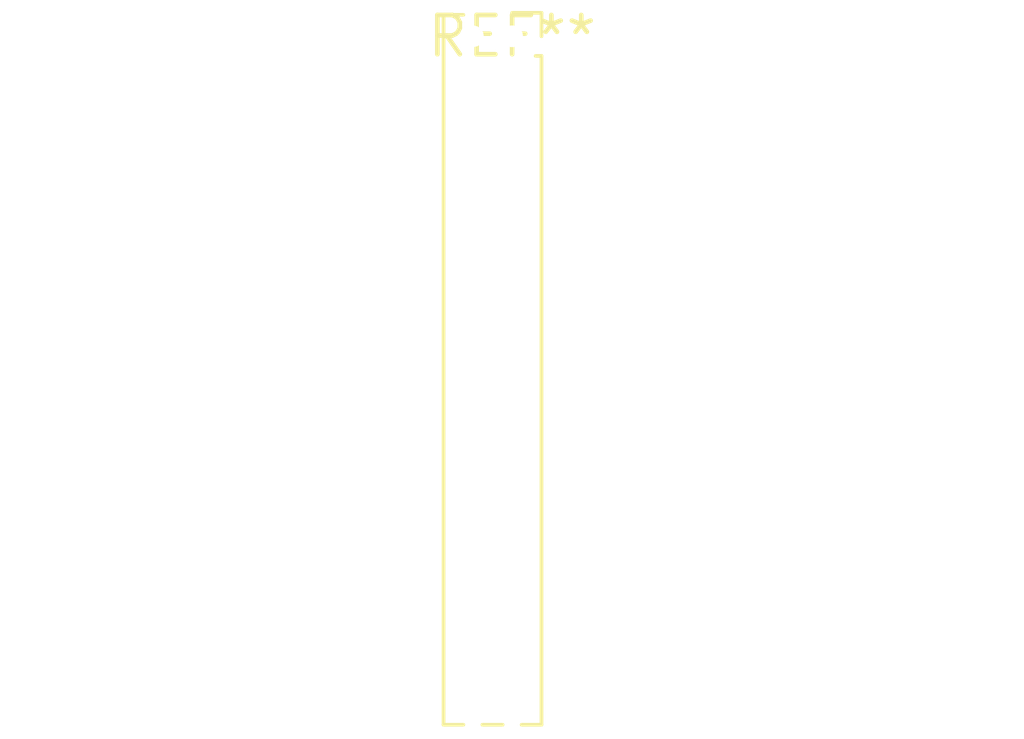
<source format=kicad_pcb>
(kicad_pcb (version 20240108) (generator pcbnew)
  (layers (0 "F.Cu" signal) (31 "B.Cu" signal) (34 "B.Paste" user) (35 "F.Paste" user) (36 "B.SilkS" user "B.Silkscreen") (37 "F.SilkS" user "F.Silkscreen") (38 "B.Mask" user) (39 "F.Mask" user) (44 "Edge.Cuts" user))
  (net 0 "")
  (footprint "PinSocket_2x18_P1.27mm_Vertical" (layer "F.Cu") (at 0 0)
    (property "Reference" "REF**")
    (property "Value" "PinSocket_2x18_P1.27mm_Vertical")
    (fp_line (start -2.22 -0.695) (end -2.22 22.285) (layer "F.SilkS") (stroke (width 0.12)))
    (fp_line (start -2.22 -0.695) (end -1.57753 -0.695) (layer "F.SilkS") (stroke (width 0.12)))
    (fp_line (start -2.22 22.285) (end -1.57753 22.285) (layer "F.SilkS") (stroke (width 0.12)))
    (fp_line (start -0.96247 -0.695) (end -0.76 -0.695) (layer "F.SilkS") (stroke (width 0.12)))
    (fp_line (start -0.96247 22.285) (end -0.30753 22.285) (layer "F.SilkS") (stroke (width 0.12)))
    (fp_line (start 0 -0.76) (end 0.95 -0.76) (layer "F.SilkS") (stroke (width 0.12)))
    (fp_line (start 0.30753 22.285) (end 0.95 22.285) (layer "F.SilkS") (stroke (width 0.12)))
    (fp_line (start 0.76 0.635) (end 0.95 0.635) (layer "F.SilkS") (stroke (width 0.12)))
    (fp_line (start 0.95 -0.76) (end 0.95 0) (layer "F.SilkS") (stroke (width 0.12)))
    (fp_line (start 0.95 0.635) (end 0.95 22.285) (layer "F.SilkS") (stroke (width 0.12)))
    (pad "1" thru_hole rect (at 0 0) (size 1 1) (drill 0.7) (layers *.Cu *.Mask) (remove_unused_layers))
    (pad "2" thru_hole oval (at -1.27 0) (size 1 1) (drill 0.7) (layers *.Cu *.Mask) (remove_unused_layers))
    (pad "3" thru_hole oval (at 0 1.27) (size 1 1) (drill 0.7) (layers *.Cu *.Mask) (remove_unused_layers))
    (pad "4" thru_hole oval (at -1.27 1.27) (size 1 1) (drill 0.7) (layers *.Cu *.Mask) (remove_unused_layers))
    (pad "5" thru_hole oval (at 0 2.54) (size 1 1) (drill 0.7) (layers *.Cu *.Mask) (remove_unused_layers))
    (pad "6" thru_hole oval (at -1.27 2.54) (size 1 1) (drill 0.7) (layers *.Cu *.Mask) (remove_unused_layers))
    (pad "7" thru_hole oval (at 0 3.81) (size 1 1) (drill 0.7) (layers *.Cu *.Mask) (remove_unused_layers))
    (pad "8" thru_hole oval (at -1.27 3.81) (size 1 1) (drill 0.7) (layers *.Cu *.Mask) (remove_unused_layers))
    (pad "9" thru_hole oval (at 0 5.08) (size 1 1) (drill 0.7) (layers *.Cu *.Mask) (remove_unused_layers))
    (pad "10" thru_hole oval (at -1.27 5.08) (size 1 1) (drill 0.7) (layers *.Cu *.Mask) (remove_unused_layers))
    (pad "11" thru_hole oval (at 0 6.35) (size 1 1) (drill 0.7) (layers *.Cu *.Mask) (remove_unused_layers))
    (pad "12" thru_hole oval (at -1.27 6.35) (size 1 1) (drill 0.7) (layers *.Cu *.Mask) (remove_unused_layers))
    (pad "13" thru_hole oval (at 0 7.62) (size 1 1) (drill 0.7) (layers *.Cu *.Mask) (remove_unused_layers))
    (pad "14" thru_hole oval (at -1.27 7.62) (size 1 1) (drill 0.7) (layers *.Cu *.Mask) (remove_unused_layers))
    (pad "15" thru_hole oval (at 0 8.89) (size 1 1) (drill 0.7) (layers *.Cu *.Mask) (remove_unused_layers))
    (pad "16" thru_hole oval (at -1.27 8.89) (size 1 1) (drill 0.7) (layers *.Cu *.Mask) (remove_unused_layers))
    (pad "17" thru_hole oval (at 0 10.16) (size 1 1) (drill 0.7) (layers *.Cu *.Mask) (remove_unused_layers))
    (pad "18" thru_hole oval (at -1.27 10.16) (size 1 1) (drill 0.7) (layers *.Cu *.Mask) (remove_unused_layers))
    (pad "19" thru_hole oval (at 0 11.43) (size 1 1) (drill 0.7) (layers *.Cu *.Mask) (remove_unused_layers))
    (pad "20" thru_hole oval (at -1.27 11.43) (size 1 1) (drill 0.7) (layers *.Cu *.Mask) (remove_unused_layers))
    (pad "21" thru_hole oval (at 0 12.7) (size 1 1) (drill 0.7) (layers *.Cu *.Mask) (remove_unused_layers))
    (pad "22" thru_hole oval (at -1.27 12.7) (size 1 1) (drill 0.7) (layers *.Cu *.Mask) (remove_unused_layers))
    (pad "23" thru_hole oval (at 0 13.97) (size 1 1) (drill 0.7) (layers *.Cu *.Mask) (remove_unused_layers))
    (pad "24" thru_hole oval (at -1.27 13.97) (size 1 1) (drill 0.7) (layers *.Cu *.Mask) (remove_unused_layers))
    (pad "25" thru_hole oval (at 0 15.24) (size 1 1) (drill 0.7) (layers *.Cu *.Mask) (remove_unused_layers))
    (pad "26" thru_hole oval (at -1.27 15.24) (size 1 1) (drill 0.7) (layers *.Cu *.Mask) (remove_unused_layers))
    (pad "27" thru_hole oval (at 0 16.51) (size 1 1) (drill 0.7) (layers *.Cu *.Mask) (remove_unused_layers))
    (pad "28" thru_hole oval (at -1.27 16.51) (size 1 1) (drill 0.7) (layers *.Cu *.Mask) (remove_unused_layers))
    (pad "29" thru_hole oval (at 0 17.78) (size 1 1) (drill 0.7) (layers *.Cu *.Mask) (remove_unused_layers))
    (pad "30" thru_hole oval (at -1.27 17.78) (size 1 1) (drill 0.7) (layers *.Cu *.Mask) (remove_unused_layers))
    (pad "31" thru_hole oval (at 0 19.05) (size 1 1) (drill 0.7) (layers *.Cu *.Mask) (remove_unused_layers))
    (pad "32" thru_hole oval (at -1.27 19.05) (size 1 1) (drill 0.7) (layers *.Cu *.Mask) (remove_unused_layers))
    (pad "33" thru_hole oval (at 0 20.32) (size 1 1) (drill 0.7) (layers *.Cu *.Mask) (remove_unused_layers))
    (pad "34" thru_hole oval (at -1.27 20.32) (size 1 1) (drill 0.7) (layers *.Cu *.Mask) (remove_unused_layers))
    (pad "35" thru_hole oval (at 0 21.59) (size 1 1) (drill 0.7) (layers *.Cu *.Mask) (remove_unused_layers))
    (pad "36" thru_hole oval (at -1.27 21.59) (size 1 1) (drill 0.7) (layers *.Cu *.Mask) (remove_unused_layers))
  )
)
</source>
